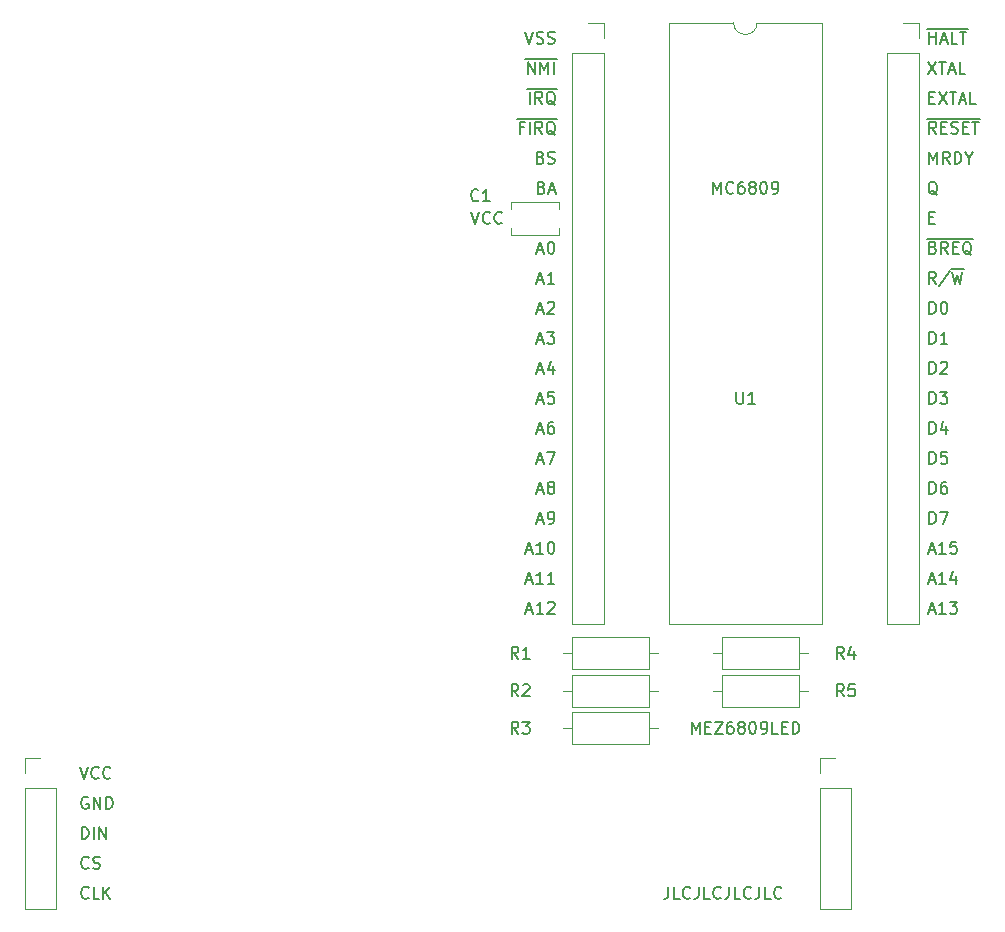
<source format=gto>
G04 #@! TF.GenerationSoftware,KiCad,Pcbnew,(6.0.10-0)*
G04 #@! TF.CreationDate,2023-02-15T13:21:11+09:00*
G04 #@! TF.ProjectId,MEZ6809LED,4d455a36-3830-4394-9c45-442e6b696361,A*
G04 #@! TF.SameCoordinates,PX5ee3fe0PY8f872a0*
G04 #@! TF.FileFunction,Legend,Top*
G04 #@! TF.FilePolarity,Positive*
%FSLAX46Y46*%
G04 Gerber Fmt 4.6, Leading zero omitted, Abs format (unit mm)*
G04 Created by KiCad (PCBNEW (6.0.10-0)) date 2023-02-15 13:21:11*
%MOMM*%
%LPD*%
G01*
G04 APERTURE LIST*
%ADD10C,0.150000*%
%ADD11C,0.120000*%
G04 APERTURE END LIST*
D10*
X55070952Y3087620D02*
X55070952Y2373334D01*
X55023333Y2230477D01*
X54928095Y2135239D01*
X54785238Y2087620D01*
X54690000Y2087620D01*
X56023333Y2087620D02*
X55547142Y2087620D01*
X55547142Y3087620D01*
X56928095Y2182858D02*
X56880476Y2135239D01*
X56737619Y2087620D01*
X56642380Y2087620D01*
X56499523Y2135239D01*
X56404285Y2230477D01*
X56356666Y2325715D01*
X56309047Y2516191D01*
X56309047Y2659048D01*
X56356666Y2849524D01*
X56404285Y2944762D01*
X56499523Y3040000D01*
X56642380Y3087620D01*
X56737619Y3087620D01*
X56880476Y3040000D01*
X56928095Y2992381D01*
X57642380Y3087620D02*
X57642380Y2373334D01*
X57594761Y2230477D01*
X57499523Y2135239D01*
X57356666Y2087620D01*
X57261428Y2087620D01*
X58594761Y2087620D02*
X58118571Y2087620D01*
X58118571Y3087620D01*
X59499523Y2182858D02*
X59451904Y2135239D01*
X59309047Y2087620D01*
X59213809Y2087620D01*
X59070952Y2135239D01*
X58975714Y2230477D01*
X58928095Y2325715D01*
X58880476Y2516191D01*
X58880476Y2659048D01*
X58928095Y2849524D01*
X58975714Y2944762D01*
X59070952Y3040000D01*
X59213809Y3087620D01*
X59309047Y3087620D01*
X59451904Y3040000D01*
X59499523Y2992381D01*
X60213809Y3087620D02*
X60213809Y2373334D01*
X60166190Y2230477D01*
X60070952Y2135239D01*
X59928095Y2087620D01*
X59832857Y2087620D01*
X61166190Y2087620D02*
X60690000Y2087620D01*
X60690000Y3087620D01*
X62070952Y2182858D02*
X62023333Y2135239D01*
X61880476Y2087620D01*
X61785238Y2087620D01*
X61642380Y2135239D01*
X61547142Y2230477D01*
X61499523Y2325715D01*
X61451904Y2516191D01*
X61451904Y2659048D01*
X61499523Y2849524D01*
X61547142Y2944762D01*
X61642380Y3040000D01*
X61785238Y3087620D01*
X61880476Y3087620D01*
X62023333Y3040000D01*
X62070952Y2992381D01*
X62785238Y3087620D02*
X62785238Y2373334D01*
X62737619Y2230477D01*
X62642380Y2135239D01*
X62499523Y2087620D01*
X62404285Y2087620D01*
X63737619Y2087620D02*
X63261428Y2087620D01*
X63261428Y3087620D01*
X64642380Y2182858D02*
X64594761Y2135239D01*
X64451904Y2087620D01*
X64356666Y2087620D01*
X64213809Y2135239D01*
X64118571Y2230477D01*
X64070952Y2325715D01*
X64023333Y2516191D01*
X64023333Y2659048D01*
X64070952Y2849524D01*
X64118571Y2944762D01*
X64213809Y3040000D01*
X64356666Y3087620D01*
X64451904Y3087620D01*
X64594761Y3040000D01*
X64642380Y2992381D01*
X44003452Y49363334D02*
X44479642Y49363334D01*
X43908214Y49077620D02*
X44241547Y50077620D01*
X44574880Y49077620D01*
X44812976Y50077620D02*
X45432023Y50077620D01*
X45098690Y49696667D01*
X45241547Y49696667D01*
X45336785Y49649048D01*
X45384404Y49601429D01*
X45432023Y49506191D01*
X45432023Y49268096D01*
X45384404Y49172858D01*
X45336785Y49125239D01*
X45241547Y49077620D01*
X44955833Y49077620D01*
X44860595Y49125239D01*
X44812976Y49172858D01*
X76932500Y57980000D02*
X77932500Y57980000D01*
X77503928Y57221429D02*
X77646785Y57173810D01*
X77694404Y57126191D01*
X77742023Y57030953D01*
X77742023Y56888096D01*
X77694404Y56792858D01*
X77646785Y56745239D01*
X77551547Y56697620D01*
X77170595Y56697620D01*
X77170595Y57697620D01*
X77503928Y57697620D01*
X77599166Y57650000D01*
X77646785Y57602381D01*
X77694404Y57507143D01*
X77694404Y57411905D01*
X77646785Y57316667D01*
X77599166Y57269048D01*
X77503928Y57221429D01*
X77170595Y57221429D01*
X77932500Y57980000D02*
X78932500Y57980000D01*
X78742023Y56697620D02*
X78408690Y57173810D01*
X78170595Y56697620D02*
X78170595Y57697620D01*
X78551547Y57697620D01*
X78646785Y57650000D01*
X78694404Y57602381D01*
X78742023Y57507143D01*
X78742023Y57364286D01*
X78694404Y57269048D01*
X78646785Y57221429D01*
X78551547Y57173810D01*
X78170595Y57173810D01*
X78932500Y57980000D02*
X79837261Y57980000D01*
X79170595Y57221429D02*
X79503928Y57221429D01*
X79646785Y56697620D02*
X79170595Y56697620D01*
X79170595Y57697620D01*
X79646785Y57697620D01*
X79837261Y57980000D02*
X80884880Y57980000D01*
X80742023Y56602381D02*
X80646785Y56650000D01*
X80551547Y56745239D01*
X80408690Y56888096D01*
X80313452Y56935715D01*
X80218214Y56935715D01*
X80265833Y56697620D02*
X80170595Y56745239D01*
X80075357Y56840477D01*
X80027738Y57030953D01*
X80027738Y57364286D01*
X80075357Y57554762D01*
X80170595Y57650000D01*
X80265833Y57697620D01*
X80456309Y57697620D01*
X80551547Y57650000D01*
X80646785Y57554762D01*
X80694404Y57364286D01*
X80694404Y57030953D01*
X80646785Y56840477D01*
X80551547Y56745239D01*
X80456309Y56697620D01*
X80265833Y56697620D01*
X43056071Y26503334D02*
X43532261Y26503334D01*
X42960833Y26217620D02*
X43294166Y27217620D01*
X43627500Y26217620D01*
X44484642Y26217620D02*
X43913214Y26217620D01*
X44198928Y26217620D02*
X44198928Y27217620D01*
X44103690Y27074762D01*
X44008452Y26979524D01*
X43913214Y26931905D01*
X44865595Y27122381D02*
X44913214Y27170000D01*
X45008452Y27217620D01*
X45246547Y27217620D01*
X45341785Y27170000D01*
X45389404Y27122381D01*
X45437023Y27027143D01*
X45437023Y26931905D01*
X45389404Y26789048D01*
X44817976Y26217620D01*
X45437023Y26217620D01*
X38395595Y60237620D02*
X38728928Y59237620D01*
X39062261Y60237620D01*
X39967023Y59332858D02*
X39919404Y59285239D01*
X39776547Y59237620D01*
X39681309Y59237620D01*
X39538452Y59285239D01*
X39443214Y59380477D01*
X39395595Y59475715D01*
X39347976Y59666191D01*
X39347976Y59809048D01*
X39395595Y59999524D01*
X39443214Y60094762D01*
X39538452Y60190000D01*
X39681309Y60237620D01*
X39776547Y60237620D01*
X39919404Y60190000D01*
X39967023Y60142381D01*
X40967023Y59332858D02*
X40919404Y59285239D01*
X40776547Y59237620D01*
X40681309Y59237620D01*
X40538452Y59285239D01*
X40443214Y59380477D01*
X40395595Y59475715D01*
X40347976Y59666191D01*
X40347976Y59809048D01*
X40395595Y59999524D01*
X40443214Y60094762D01*
X40538452Y60190000D01*
X40681309Y60237620D01*
X40776547Y60237620D01*
X40919404Y60190000D01*
X40967023Y60142381D01*
X44341785Y62301429D02*
X44484642Y62253810D01*
X44532261Y62206191D01*
X44579880Y62110953D01*
X44579880Y61968096D01*
X44532261Y61872858D01*
X44484642Y61825239D01*
X44389404Y61777620D01*
X44008452Y61777620D01*
X44008452Y62777620D01*
X44341785Y62777620D01*
X44437023Y62730000D01*
X44484642Y62682381D01*
X44532261Y62587143D01*
X44532261Y62491905D01*
X44484642Y62396667D01*
X44437023Y62349048D01*
X44341785Y62301429D01*
X44008452Y62301429D01*
X44960833Y62063334D02*
X45437023Y62063334D01*
X44865595Y61777620D02*
X45198928Y62777620D01*
X45532261Y61777620D01*
X42246547Y68140000D02*
X43103690Y68140000D01*
X42817976Y67381429D02*
X42484642Y67381429D01*
X42484642Y66857620D02*
X42484642Y67857620D01*
X42960833Y67857620D01*
X43103690Y68140000D02*
X43579880Y68140000D01*
X43341785Y66857620D02*
X43341785Y67857620D01*
X43579880Y68140000D02*
X44579880Y68140000D01*
X44389404Y66857620D02*
X44056071Y67333810D01*
X43817976Y66857620D02*
X43817976Y67857620D01*
X44198928Y67857620D01*
X44294166Y67810000D01*
X44341785Y67762381D01*
X44389404Y67667143D01*
X44389404Y67524286D01*
X44341785Y67429048D01*
X44294166Y67381429D01*
X44198928Y67333810D01*
X43817976Y67333810D01*
X44579880Y68140000D02*
X45627500Y68140000D01*
X45484642Y66762381D02*
X45389404Y66810000D01*
X45294166Y66905239D01*
X45151309Y67048096D01*
X45056071Y67095715D01*
X44960833Y67095715D01*
X45008452Y66857620D02*
X44913214Y66905239D01*
X44817976Y67000477D01*
X44770357Y67190953D01*
X44770357Y67524286D01*
X44817976Y67714762D01*
X44913214Y67810000D01*
X45008452Y67857620D01*
X45198928Y67857620D01*
X45294166Y67810000D01*
X45389404Y67714762D01*
X45437023Y67524286D01*
X45437023Y67190953D01*
X45389404Y67000477D01*
X45294166Y66905239D01*
X45198928Y66857620D01*
X45008452Y66857620D01*
X77127976Y31583334D02*
X77604166Y31583334D01*
X77032738Y31297620D02*
X77366071Y32297620D01*
X77699404Y31297620D01*
X78556547Y31297620D02*
X77985119Y31297620D01*
X78270833Y31297620D02*
X78270833Y32297620D01*
X78175595Y32154762D01*
X78080357Y32059524D01*
X77985119Y32011905D01*
X79461309Y32297620D02*
X78985119Y32297620D01*
X78937500Y31821429D01*
X78985119Y31869048D01*
X79080357Y31916667D01*
X79318452Y31916667D01*
X79413690Y31869048D01*
X79461309Y31821429D01*
X79508928Y31726191D01*
X79508928Y31488096D01*
X79461309Y31392858D01*
X79413690Y31345239D01*
X79318452Y31297620D01*
X79080357Y31297620D01*
X78985119Y31345239D01*
X78937500Y31392858D01*
X77080357Y72937620D02*
X77747023Y71937620D01*
X77747023Y72937620D02*
X77080357Y71937620D01*
X77985119Y72937620D02*
X78556547Y72937620D01*
X78270833Y71937620D02*
X78270833Y72937620D01*
X78842261Y72223334D02*
X79318452Y72223334D01*
X78747023Y71937620D02*
X79080357Y72937620D01*
X79413690Y71937620D01*
X80223214Y71937620D02*
X79747023Y71937620D01*
X79747023Y72937620D01*
X77842261Y61682381D02*
X77747023Y61730000D01*
X77651785Y61825239D01*
X77508928Y61968096D01*
X77413690Y62015715D01*
X77318452Y62015715D01*
X77366071Y61777620D02*
X77270833Y61825239D01*
X77175595Y61920477D01*
X77127976Y62110953D01*
X77127976Y62444286D01*
X77175595Y62634762D01*
X77270833Y62730000D01*
X77366071Y62777620D01*
X77556547Y62777620D01*
X77651785Y62730000D01*
X77747023Y62634762D01*
X77794642Y62444286D01*
X77794642Y62110953D01*
X77747023Y61920477D01*
X77651785Y61825239D01*
X77556547Y61777620D01*
X77366071Y61777620D01*
X43998452Y51903334D02*
X44474642Y51903334D01*
X43903214Y51617620D02*
X44236547Y52617620D01*
X44569880Y51617620D01*
X44855595Y52522381D02*
X44903214Y52570000D01*
X44998452Y52617620D01*
X45236547Y52617620D01*
X45331785Y52570000D01*
X45379404Y52522381D01*
X45427023Y52427143D01*
X45427023Y52331905D01*
X45379404Y52189048D01*
X44807976Y51617620D01*
X45427023Y51617620D01*
X77175595Y38917620D02*
X77175595Y39917620D01*
X77413690Y39917620D01*
X77556547Y39870000D01*
X77651785Y39774762D01*
X77699404Y39679524D01*
X77747023Y39489048D01*
X77747023Y39346191D01*
X77699404Y39155715D01*
X77651785Y39060477D01*
X77556547Y38965239D01*
X77413690Y38917620D01*
X77175595Y38917620D01*
X78651785Y39917620D02*
X78175595Y39917620D01*
X78127976Y39441429D01*
X78175595Y39489048D01*
X78270833Y39536667D01*
X78508928Y39536667D01*
X78604166Y39489048D01*
X78651785Y39441429D01*
X78699404Y39346191D01*
X78699404Y39108096D01*
X78651785Y39012858D01*
X78604166Y38965239D01*
X78508928Y38917620D01*
X78270833Y38917620D01*
X78175595Y38965239D01*
X78127976Y39012858D01*
X44003452Y36663334D02*
X44479642Y36663334D01*
X43908214Y36377620D02*
X44241547Y37377620D01*
X44574880Y36377620D01*
X45051071Y36949048D02*
X44955833Y36996667D01*
X44908214Y37044286D01*
X44860595Y37139524D01*
X44860595Y37187143D01*
X44908214Y37282381D01*
X44955833Y37330000D01*
X45051071Y37377620D01*
X45241547Y37377620D01*
X45336785Y37330000D01*
X45384404Y37282381D01*
X45432023Y37187143D01*
X45432023Y37139524D01*
X45384404Y37044286D01*
X45336785Y36996667D01*
X45241547Y36949048D01*
X45051071Y36949048D01*
X44955833Y36901429D01*
X44908214Y36853810D01*
X44860595Y36758572D01*
X44860595Y36568096D01*
X44908214Y36472858D01*
X44955833Y36425239D01*
X45051071Y36377620D01*
X45241547Y36377620D01*
X45336785Y36425239D01*
X45384404Y36472858D01*
X45432023Y36568096D01*
X45432023Y36758572D01*
X45384404Y36853810D01*
X45336785Y36901429D01*
X45241547Y36949048D01*
X77175595Y41457620D02*
X77175595Y42457620D01*
X77413690Y42457620D01*
X77556547Y42410000D01*
X77651785Y42314762D01*
X77699404Y42219524D01*
X77747023Y42029048D01*
X77747023Y41886191D01*
X77699404Y41695715D01*
X77651785Y41600477D01*
X77556547Y41505239D01*
X77413690Y41457620D01*
X77175595Y41457620D01*
X78604166Y42124286D02*
X78604166Y41457620D01*
X78366071Y42505239D02*
X78127976Y41790953D01*
X78747023Y41790953D01*
X5939404Y10655000D02*
X5844166Y10702620D01*
X5701309Y10702620D01*
X5558452Y10655000D01*
X5463214Y10559762D01*
X5415595Y10464524D01*
X5367976Y10274048D01*
X5367976Y10131191D01*
X5415595Y9940715D01*
X5463214Y9845477D01*
X5558452Y9750239D01*
X5701309Y9702620D01*
X5796547Y9702620D01*
X5939404Y9750239D01*
X5987023Y9797858D01*
X5987023Y10131191D01*
X5796547Y10131191D01*
X6415595Y9702620D02*
X6415595Y10702620D01*
X6987023Y9702620D01*
X6987023Y10702620D01*
X7463214Y9702620D02*
X7463214Y10702620D01*
X7701309Y10702620D01*
X7844166Y10655000D01*
X7939404Y10559762D01*
X7987023Y10464524D01*
X8034642Y10274048D01*
X8034642Y10131191D01*
X7987023Y9940715D01*
X7939404Y9845477D01*
X7844166Y9750239D01*
X7701309Y9702620D01*
X7463214Y9702620D01*
X76937500Y68140000D02*
X77937500Y68140000D01*
X77747023Y66857620D02*
X77413690Y67333810D01*
X77175595Y66857620D02*
X77175595Y67857620D01*
X77556547Y67857620D01*
X77651785Y67810000D01*
X77699404Y67762381D01*
X77747023Y67667143D01*
X77747023Y67524286D01*
X77699404Y67429048D01*
X77651785Y67381429D01*
X77556547Y67333810D01*
X77175595Y67333810D01*
X77937500Y68140000D02*
X78842261Y68140000D01*
X78175595Y67381429D02*
X78508928Y67381429D01*
X78651785Y66857620D02*
X78175595Y66857620D01*
X78175595Y67857620D01*
X78651785Y67857620D01*
X78842261Y68140000D02*
X79794642Y68140000D01*
X79032738Y66905239D02*
X79175595Y66857620D01*
X79413690Y66857620D01*
X79508928Y66905239D01*
X79556547Y66952858D01*
X79604166Y67048096D01*
X79604166Y67143334D01*
X79556547Y67238572D01*
X79508928Y67286191D01*
X79413690Y67333810D01*
X79223214Y67381429D01*
X79127976Y67429048D01*
X79080357Y67476667D01*
X79032738Y67571905D01*
X79032738Y67667143D01*
X79080357Y67762381D01*
X79127976Y67810000D01*
X79223214Y67857620D01*
X79461309Y67857620D01*
X79604166Y67810000D01*
X79794642Y68140000D02*
X80699404Y68140000D01*
X80032738Y67381429D02*
X80366071Y67381429D01*
X80508928Y66857620D02*
X80032738Y66857620D01*
X80032738Y67857620D01*
X80508928Y67857620D01*
X80699404Y68140000D02*
X81461309Y68140000D01*
X80794642Y67857620D02*
X81366071Y67857620D01*
X81080357Y66857620D02*
X81080357Y67857620D01*
X77175595Y49077620D02*
X77175595Y50077620D01*
X77413690Y50077620D01*
X77556547Y50030000D01*
X77651785Y49934762D01*
X77699404Y49839524D01*
X77747023Y49649048D01*
X77747023Y49506191D01*
X77699404Y49315715D01*
X77651785Y49220477D01*
X77556547Y49125239D01*
X77413690Y49077620D01*
X77175595Y49077620D01*
X78699404Y49077620D02*
X78127976Y49077620D01*
X78413690Y49077620D02*
X78413690Y50077620D01*
X78318452Y49934762D01*
X78223214Y49839524D01*
X78127976Y49791905D01*
X44003452Y54443334D02*
X44479642Y54443334D01*
X43908214Y54157620D02*
X44241547Y55157620D01*
X44574880Y54157620D01*
X45432023Y54157620D02*
X44860595Y54157620D01*
X45146309Y54157620D02*
X45146309Y55157620D01*
X45051071Y55014762D01*
X44955833Y54919524D01*
X44860595Y54871905D01*
X44003452Y41743334D02*
X44479642Y41743334D01*
X43908214Y41457620D02*
X44241547Y42457620D01*
X44574880Y41457620D01*
X45336785Y42457620D02*
X45146309Y42457620D01*
X45051071Y42410000D01*
X45003452Y42362381D01*
X44908214Y42219524D01*
X44860595Y42029048D01*
X44860595Y41648096D01*
X44908214Y41552858D01*
X44955833Y41505239D01*
X45051071Y41457620D01*
X45241547Y41457620D01*
X45336785Y41505239D01*
X45384404Y41552858D01*
X45432023Y41648096D01*
X45432023Y41886191D01*
X45384404Y41981429D01*
X45336785Y42029048D01*
X45241547Y42076667D01*
X45051071Y42076667D01*
X44955833Y42029048D01*
X44908214Y41981429D01*
X44860595Y41886191D01*
X77742023Y54157620D02*
X77408690Y54633810D01*
X77170595Y54157620D02*
X77170595Y55157620D01*
X77551547Y55157620D01*
X77646785Y55110000D01*
X77694404Y55062381D01*
X77742023Y54967143D01*
X77742023Y54824286D01*
X77694404Y54729048D01*
X77646785Y54681429D01*
X77551547Y54633810D01*
X77170595Y54633810D01*
X78884880Y55205239D02*
X78027738Y53919524D01*
X78980119Y55440000D02*
X80122976Y55440000D01*
X79122976Y55157620D02*
X79361071Y54157620D01*
X79551547Y54871905D01*
X79742023Y54157620D01*
X79980119Y55157620D01*
X76937500Y75760000D02*
X77985119Y75760000D01*
X77175595Y74477620D02*
X77175595Y75477620D01*
X77175595Y75001429D02*
X77747023Y75001429D01*
X77747023Y74477620D02*
X77747023Y75477620D01*
X77985119Y75760000D02*
X78842261Y75760000D01*
X78175595Y74763334D02*
X78651785Y74763334D01*
X78080357Y74477620D02*
X78413690Y75477620D01*
X78747023Y74477620D01*
X78842261Y75760000D02*
X79651785Y75760000D01*
X79556547Y74477620D02*
X79080357Y74477620D01*
X79080357Y75477620D01*
X79651785Y75760000D02*
X80413690Y75760000D01*
X79747023Y75477620D02*
X80318452Y75477620D01*
X80032738Y74477620D02*
X80032738Y75477620D01*
X77175595Y69921429D02*
X77508928Y69921429D01*
X77651785Y69397620D02*
X77175595Y69397620D01*
X77175595Y70397620D01*
X77651785Y70397620D01*
X77985119Y70397620D02*
X78651785Y69397620D01*
X78651785Y70397620D02*
X77985119Y69397620D01*
X78889880Y70397620D02*
X79461309Y70397620D01*
X79175595Y69397620D02*
X79175595Y70397620D01*
X79747023Y69683334D02*
X80223214Y69683334D01*
X79651785Y69397620D02*
X79985119Y70397620D01*
X80318452Y69397620D01*
X81127976Y69397620D02*
X80651785Y69397620D01*
X80651785Y70397620D01*
X42960833Y75477620D02*
X43294166Y74477620D01*
X43627500Y75477620D01*
X43913214Y74525239D02*
X44056071Y74477620D01*
X44294166Y74477620D01*
X44389404Y74525239D01*
X44437023Y74572858D01*
X44484642Y74668096D01*
X44484642Y74763334D01*
X44437023Y74858572D01*
X44389404Y74906191D01*
X44294166Y74953810D01*
X44103690Y75001429D01*
X44008452Y75049048D01*
X43960833Y75096667D01*
X43913214Y75191905D01*
X43913214Y75287143D01*
X43960833Y75382381D01*
X44008452Y75430000D01*
X44103690Y75477620D01*
X44341785Y75477620D01*
X44484642Y75430000D01*
X44865595Y74525239D02*
X45008452Y74477620D01*
X45246547Y74477620D01*
X45341785Y74525239D01*
X45389404Y74572858D01*
X45437023Y74668096D01*
X45437023Y74763334D01*
X45389404Y74858572D01*
X45341785Y74906191D01*
X45246547Y74953810D01*
X45056071Y75001429D01*
X44960833Y75049048D01*
X44913214Y75096667D01*
X44865595Y75191905D01*
X44865595Y75287143D01*
X44913214Y75382381D01*
X44960833Y75430000D01*
X45056071Y75477620D01*
X45294166Y75477620D01*
X45437023Y75430000D01*
X44003452Y46823334D02*
X44479642Y46823334D01*
X43908214Y46537620D02*
X44241547Y47537620D01*
X44574880Y46537620D01*
X45336785Y47204286D02*
X45336785Y46537620D01*
X45098690Y47585239D02*
X44860595Y46870953D01*
X45479642Y46870953D01*
X57071190Y16057620D02*
X57071190Y17057620D01*
X57404523Y16343334D01*
X57737857Y17057620D01*
X57737857Y16057620D01*
X58214047Y16581429D02*
X58547380Y16581429D01*
X58690238Y16057620D02*
X58214047Y16057620D01*
X58214047Y17057620D01*
X58690238Y17057620D01*
X59023571Y17057620D02*
X59690238Y17057620D01*
X59023571Y16057620D01*
X59690238Y16057620D01*
X60499761Y17057620D02*
X60309285Y17057620D01*
X60214047Y17010000D01*
X60166428Y16962381D01*
X60071190Y16819524D01*
X60023571Y16629048D01*
X60023571Y16248096D01*
X60071190Y16152858D01*
X60118809Y16105239D01*
X60214047Y16057620D01*
X60404523Y16057620D01*
X60499761Y16105239D01*
X60547380Y16152858D01*
X60595000Y16248096D01*
X60595000Y16486191D01*
X60547380Y16581429D01*
X60499761Y16629048D01*
X60404523Y16676667D01*
X60214047Y16676667D01*
X60118809Y16629048D01*
X60071190Y16581429D01*
X60023571Y16486191D01*
X61166428Y16629048D02*
X61071190Y16676667D01*
X61023571Y16724286D01*
X60975952Y16819524D01*
X60975952Y16867143D01*
X61023571Y16962381D01*
X61071190Y17010000D01*
X61166428Y17057620D01*
X61356904Y17057620D01*
X61452142Y17010000D01*
X61499761Y16962381D01*
X61547380Y16867143D01*
X61547380Y16819524D01*
X61499761Y16724286D01*
X61452142Y16676667D01*
X61356904Y16629048D01*
X61166428Y16629048D01*
X61071190Y16581429D01*
X61023571Y16533810D01*
X60975952Y16438572D01*
X60975952Y16248096D01*
X61023571Y16152858D01*
X61071190Y16105239D01*
X61166428Y16057620D01*
X61356904Y16057620D01*
X61452142Y16105239D01*
X61499761Y16152858D01*
X61547380Y16248096D01*
X61547380Y16438572D01*
X61499761Y16533810D01*
X61452142Y16581429D01*
X61356904Y16629048D01*
X62166428Y17057620D02*
X62261666Y17057620D01*
X62356904Y17010000D01*
X62404523Y16962381D01*
X62452142Y16867143D01*
X62499761Y16676667D01*
X62499761Y16438572D01*
X62452142Y16248096D01*
X62404523Y16152858D01*
X62356904Y16105239D01*
X62261666Y16057620D01*
X62166428Y16057620D01*
X62071190Y16105239D01*
X62023571Y16152858D01*
X61975952Y16248096D01*
X61928333Y16438572D01*
X61928333Y16676667D01*
X61975952Y16867143D01*
X62023571Y16962381D01*
X62071190Y17010000D01*
X62166428Y17057620D01*
X62975952Y16057620D02*
X63166428Y16057620D01*
X63261666Y16105239D01*
X63309285Y16152858D01*
X63404523Y16295715D01*
X63452142Y16486191D01*
X63452142Y16867143D01*
X63404523Y16962381D01*
X63356904Y17010000D01*
X63261666Y17057620D01*
X63071190Y17057620D01*
X62975952Y17010000D01*
X62928333Y16962381D01*
X62880714Y16867143D01*
X62880714Y16629048D01*
X62928333Y16533810D01*
X62975952Y16486191D01*
X63071190Y16438572D01*
X63261666Y16438572D01*
X63356904Y16486191D01*
X63404523Y16533810D01*
X63452142Y16629048D01*
X64356904Y16057620D02*
X63880714Y16057620D01*
X63880714Y17057620D01*
X64690238Y16581429D02*
X65023571Y16581429D01*
X65166428Y16057620D02*
X64690238Y16057620D01*
X64690238Y17057620D01*
X65166428Y17057620D01*
X65595000Y16057620D02*
X65595000Y17057620D01*
X65833095Y17057620D01*
X65975952Y17010000D01*
X66071190Y16914762D01*
X66118809Y16819524D01*
X66166428Y16629048D01*
X66166428Y16486191D01*
X66118809Y16295715D01*
X66071190Y16200477D01*
X65975952Y16105239D01*
X65833095Y16057620D01*
X65595000Y16057620D01*
X77175595Y36377620D02*
X77175595Y37377620D01*
X77413690Y37377620D01*
X77556547Y37330000D01*
X77651785Y37234762D01*
X77699404Y37139524D01*
X77747023Y36949048D01*
X77747023Y36806191D01*
X77699404Y36615715D01*
X77651785Y36520477D01*
X77556547Y36425239D01*
X77413690Y36377620D01*
X77175595Y36377620D01*
X78604166Y37377620D02*
X78413690Y37377620D01*
X78318452Y37330000D01*
X78270833Y37282381D01*
X78175595Y37139524D01*
X78127976Y36949048D01*
X78127976Y36568096D01*
X78175595Y36472858D01*
X78223214Y36425239D01*
X78318452Y36377620D01*
X78508928Y36377620D01*
X78604166Y36425239D01*
X78651785Y36472858D01*
X78699404Y36568096D01*
X78699404Y36806191D01*
X78651785Y36901429D01*
X78604166Y36949048D01*
X78508928Y36996667D01*
X78318452Y36996667D01*
X78223214Y36949048D01*
X78175595Y36901429D01*
X78127976Y36806191D01*
X5415595Y7162620D02*
X5415595Y8162620D01*
X5653690Y8162620D01*
X5796547Y8115000D01*
X5891785Y8019762D01*
X5939404Y7924524D01*
X5987023Y7734048D01*
X5987023Y7591191D01*
X5939404Y7400715D01*
X5891785Y7305477D01*
X5796547Y7210239D01*
X5653690Y7162620D01*
X5415595Y7162620D01*
X6415595Y7162620D02*
X6415595Y8162620D01*
X6891785Y7162620D02*
X6891785Y8162620D01*
X7463214Y7162620D01*
X7463214Y8162620D01*
X43051071Y29043334D02*
X43527261Y29043334D01*
X42955833Y28757620D02*
X43289166Y29757620D01*
X43622500Y28757620D01*
X44479642Y28757620D02*
X43908214Y28757620D01*
X44193928Y28757620D02*
X44193928Y29757620D01*
X44098690Y29614762D01*
X44003452Y29519524D01*
X43908214Y29471905D01*
X45432023Y28757620D02*
X44860595Y28757620D01*
X45146309Y28757620D02*
X45146309Y29757620D01*
X45051071Y29614762D01*
X44955833Y29519524D01*
X44860595Y29471905D01*
X44003452Y39203334D02*
X44479642Y39203334D01*
X43908214Y38917620D02*
X44241547Y39917620D01*
X44574880Y38917620D01*
X44812976Y39917620D02*
X45479642Y39917620D01*
X45051071Y38917620D01*
X44003452Y34123334D02*
X44479642Y34123334D01*
X43908214Y33837620D02*
X44241547Y34837620D01*
X44574880Y33837620D01*
X44955833Y33837620D02*
X45146309Y33837620D01*
X45241547Y33885239D01*
X45289166Y33932858D01*
X45384404Y34075715D01*
X45432023Y34266191D01*
X45432023Y34647143D01*
X45384404Y34742381D01*
X45336785Y34790000D01*
X45241547Y34837620D01*
X45051071Y34837620D01*
X44955833Y34790000D01*
X44908214Y34742381D01*
X44860595Y34647143D01*
X44860595Y34409048D01*
X44908214Y34313810D01*
X44955833Y34266191D01*
X45051071Y34218572D01*
X45241547Y34218572D01*
X45336785Y34266191D01*
X45384404Y34313810D01*
X45432023Y34409048D01*
X5987023Y4717858D02*
X5939404Y4670239D01*
X5796547Y4622620D01*
X5701309Y4622620D01*
X5558452Y4670239D01*
X5463214Y4765477D01*
X5415595Y4860715D01*
X5367976Y5051191D01*
X5367976Y5194048D01*
X5415595Y5384524D01*
X5463214Y5479762D01*
X5558452Y5575000D01*
X5701309Y5622620D01*
X5796547Y5622620D01*
X5939404Y5575000D01*
X5987023Y5527381D01*
X6367976Y4670239D02*
X6510833Y4622620D01*
X6748928Y4622620D01*
X6844166Y4670239D01*
X6891785Y4717858D01*
X6939404Y4813096D01*
X6939404Y4908334D01*
X6891785Y5003572D01*
X6844166Y5051191D01*
X6748928Y5098810D01*
X6558452Y5146429D01*
X6463214Y5194048D01*
X6415595Y5241667D01*
X6367976Y5336905D01*
X6367976Y5432143D01*
X6415595Y5527381D01*
X6463214Y5575000D01*
X6558452Y5622620D01*
X6796547Y5622620D01*
X6939404Y5575000D01*
X77175595Y43997620D02*
X77175595Y44997620D01*
X77413690Y44997620D01*
X77556547Y44950000D01*
X77651785Y44854762D01*
X77699404Y44759524D01*
X77747023Y44569048D01*
X77747023Y44426191D01*
X77699404Y44235715D01*
X77651785Y44140477D01*
X77556547Y44045239D01*
X77413690Y43997620D01*
X77175595Y43997620D01*
X78080357Y44997620D02*
X78699404Y44997620D01*
X78366071Y44616667D01*
X78508928Y44616667D01*
X78604166Y44569048D01*
X78651785Y44521429D01*
X78699404Y44426191D01*
X78699404Y44188096D01*
X78651785Y44092858D01*
X78604166Y44045239D01*
X78508928Y43997620D01*
X78223214Y43997620D01*
X78127976Y44045239D01*
X78080357Y44092858D01*
X5987023Y2177858D02*
X5939404Y2130239D01*
X5796547Y2082620D01*
X5701309Y2082620D01*
X5558452Y2130239D01*
X5463214Y2225477D01*
X5415595Y2320715D01*
X5367976Y2511191D01*
X5367976Y2654048D01*
X5415595Y2844524D01*
X5463214Y2939762D01*
X5558452Y3035000D01*
X5701309Y3082620D01*
X5796547Y3082620D01*
X5939404Y3035000D01*
X5987023Y2987381D01*
X6891785Y2082620D02*
X6415595Y2082620D01*
X6415595Y3082620D01*
X7225119Y2082620D02*
X7225119Y3082620D01*
X7796547Y2082620D02*
X7367976Y2654048D01*
X7796547Y3082620D02*
X7225119Y2511191D01*
X58861904Y61777620D02*
X58861904Y62777620D01*
X59195238Y62063334D01*
X59528571Y62777620D01*
X59528571Y61777620D01*
X60576190Y61872858D02*
X60528571Y61825239D01*
X60385714Y61777620D01*
X60290476Y61777620D01*
X60147619Y61825239D01*
X60052380Y61920477D01*
X60004761Y62015715D01*
X59957142Y62206191D01*
X59957142Y62349048D01*
X60004761Y62539524D01*
X60052380Y62634762D01*
X60147619Y62730000D01*
X60290476Y62777620D01*
X60385714Y62777620D01*
X60528571Y62730000D01*
X60576190Y62682381D01*
X61433333Y62777620D02*
X61242857Y62777620D01*
X61147619Y62730000D01*
X61100000Y62682381D01*
X61004761Y62539524D01*
X60957142Y62349048D01*
X60957142Y61968096D01*
X61004761Y61872858D01*
X61052380Y61825239D01*
X61147619Y61777620D01*
X61338095Y61777620D01*
X61433333Y61825239D01*
X61480952Y61872858D01*
X61528571Y61968096D01*
X61528571Y62206191D01*
X61480952Y62301429D01*
X61433333Y62349048D01*
X61338095Y62396667D01*
X61147619Y62396667D01*
X61052380Y62349048D01*
X61004761Y62301429D01*
X60957142Y62206191D01*
X62100000Y62349048D02*
X62004761Y62396667D01*
X61957142Y62444286D01*
X61909523Y62539524D01*
X61909523Y62587143D01*
X61957142Y62682381D01*
X62004761Y62730000D01*
X62100000Y62777620D01*
X62290476Y62777620D01*
X62385714Y62730000D01*
X62433333Y62682381D01*
X62480952Y62587143D01*
X62480952Y62539524D01*
X62433333Y62444286D01*
X62385714Y62396667D01*
X62290476Y62349048D01*
X62100000Y62349048D01*
X62004761Y62301429D01*
X61957142Y62253810D01*
X61909523Y62158572D01*
X61909523Y61968096D01*
X61957142Y61872858D01*
X62004761Y61825239D01*
X62100000Y61777620D01*
X62290476Y61777620D01*
X62385714Y61825239D01*
X62433333Y61872858D01*
X62480952Y61968096D01*
X62480952Y62158572D01*
X62433333Y62253810D01*
X62385714Y62301429D01*
X62290476Y62349048D01*
X63100000Y62777620D02*
X63195238Y62777620D01*
X63290476Y62730000D01*
X63338095Y62682381D01*
X63385714Y62587143D01*
X63433333Y62396667D01*
X63433333Y62158572D01*
X63385714Y61968096D01*
X63338095Y61872858D01*
X63290476Y61825239D01*
X63195238Y61777620D01*
X63100000Y61777620D01*
X63004761Y61825239D01*
X62957142Y61872858D01*
X62909523Y61968096D01*
X62861904Y62158572D01*
X62861904Y62396667D01*
X62909523Y62587143D01*
X62957142Y62682381D01*
X63004761Y62730000D01*
X63100000Y62777620D01*
X63909523Y61777620D02*
X64100000Y61777620D01*
X64195238Y61825239D01*
X64242857Y61872858D01*
X64338095Y62015715D01*
X64385714Y62206191D01*
X64385714Y62587143D01*
X64338095Y62682381D01*
X64290476Y62730000D01*
X64195238Y62777620D01*
X64004761Y62777620D01*
X63909523Y62730000D01*
X63861904Y62682381D01*
X63814285Y62587143D01*
X63814285Y62349048D01*
X63861904Y62253810D01*
X63909523Y62206191D01*
X64004761Y62158572D01*
X64195238Y62158572D01*
X64290476Y62206191D01*
X64338095Y62253810D01*
X64385714Y62349048D01*
X44003452Y56983334D02*
X44479642Y56983334D01*
X43908214Y56697620D02*
X44241547Y57697620D01*
X44574880Y56697620D01*
X45098690Y57697620D02*
X45193928Y57697620D01*
X45289166Y57650000D01*
X45336785Y57602381D01*
X45384404Y57507143D01*
X45432023Y57316667D01*
X45432023Y57078572D01*
X45384404Y56888096D01*
X45336785Y56792858D01*
X45289166Y56745239D01*
X45193928Y56697620D01*
X45098690Y56697620D01*
X45003452Y56745239D01*
X44955833Y56792858D01*
X44908214Y56888096D01*
X44860595Y57078572D01*
X44860595Y57316667D01*
X44908214Y57507143D01*
X44955833Y57602381D01*
X45003452Y57650000D01*
X45098690Y57697620D01*
X77175595Y64317620D02*
X77175595Y65317620D01*
X77508928Y64603334D01*
X77842261Y65317620D01*
X77842261Y64317620D01*
X78889880Y64317620D02*
X78556547Y64793810D01*
X78318452Y64317620D02*
X78318452Y65317620D01*
X78699404Y65317620D01*
X78794642Y65270000D01*
X78842261Y65222381D01*
X78889880Y65127143D01*
X78889880Y64984286D01*
X78842261Y64889048D01*
X78794642Y64841429D01*
X78699404Y64793810D01*
X78318452Y64793810D01*
X79318452Y64317620D02*
X79318452Y65317620D01*
X79556547Y65317620D01*
X79699404Y65270000D01*
X79794642Y65174762D01*
X79842261Y65079524D01*
X79889880Y64889048D01*
X79889880Y64746191D01*
X79842261Y64555715D01*
X79794642Y64460477D01*
X79699404Y64365239D01*
X79556547Y64317620D01*
X79318452Y64317620D01*
X80508928Y64793810D02*
X80508928Y64317620D01*
X80175595Y65317620D02*
X80508928Y64793810D01*
X80842261Y65317620D01*
X5272738Y13242620D02*
X5606071Y12242620D01*
X5939404Y13242620D01*
X6844166Y12337858D02*
X6796547Y12290239D01*
X6653690Y12242620D01*
X6558452Y12242620D01*
X6415595Y12290239D01*
X6320357Y12385477D01*
X6272738Y12480715D01*
X6225119Y12671191D01*
X6225119Y12814048D01*
X6272738Y13004524D01*
X6320357Y13099762D01*
X6415595Y13195000D01*
X6558452Y13242620D01*
X6653690Y13242620D01*
X6796547Y13195000D01*
X6844166Y13147381D01*
X7844166Y12337858D02*
X7796547Y12290239D01*
X7653690Y12242620D01*
X7558452Y12242620D01*
X7415595Y12290239D01*
X7320357Y12385477D01*
X7272738Y12480715D01*
X7225119Y12671191D01*
X7225119Y12814048D01*
X7272738Y13004524D01*
X7320357Y13099762D01*
X7415595Y13195000D01*
X7558452Y13242620D01*
X7653690Y13242620D01*
X7796547Y13195000D01*
X7844166Y13147381D01*
X77127976Y26503334D02*
X77604166Y26503334D01*
X77032738Y26217620D02*
X77366071Y27217620D01*
X77699404Y26217620D01*
X78556547Y26217620D02*
X77985119Y26217620D01*
X78270833Y26217620D02*
X78270833Y27217620D01*
X78175595Y27074762D01*
X78080357Y26979524D01*
X77985119Y26931905D01*
X78889880Y27217620D02*
X79508928Y27217620D01*
X79175595Y26836667D01*
X79318452Y26836667D01*
X79413690Y26789048D01*
X79461309Y26741429D01*
X79508928Y26646191D01*
X79508928Y26408096D01*
X79461309Y26312858D01*
X79413690Y26265239D01*
X79318452Y26217620D01*
X79032738Y26217620D01*
X78937500Y26265239D01*
X78889880Y26312858D01*
X44003452Y44283334D02*
X44479642Y44283334D01*
X43908214Y43997620D02*
X44241547Y44997620D01*
X44574880Y43997620D01*
X45384404Y44997620D02*
X44908214Y44997620D01*
X44860595Y44521429D01*
X44908214Y44569048D01*
X45003452Y44616667D01*
X45241547Y44616667D01*
X45336785Y44569048D01*
X45384404Y44521429D01*
X45432023Y44426191D01*
X45432023Y44188096D01*
X45384404Y44092858D01*
X45336785Y44045239D01*
X45241547Y43997620D01*
X45003452Y43997620D01*
X44908214Y44045239D01*
X44860595Y44092858D01*
X44246547Y64841429D02*
X44389404Y64793810D01*
X44437023Y64746191D01*
X44484642Y64650953D01*
X44484642Y64508096D01*
X44437023Y64412858D01*
X44389404Y64365239D01*
X44294166Y64317620D01*
X43913214Y64317620D01*
X43913214Y65317620D01*
X44246547Y65317620D01*
X44341785Y65270000D01*
X44389404Y65222381D01*
X44437023Y65127143D01*
X44437023Y65031905D01*
X44389404Y64936667D01*
X44341785Y64889048D01*
X44246547Y64841429D01*
X43913214Y64841429D01*
X44865595Y64365239D02*
X45008452Y64317620D01*
X45246547Y64317620D01*
X45341785Y64365239D01*
X45389404Y64412858D01*
X45437023Y64508096D01*
X45437023Y64603334D01*
X45389404Y64698572D01*
X45341785Y64746191D01*
X45246547Y64793810D01*
X45056071Y64841429D01*
X44960833Y64889048D01*
X44913214Y64936667D01*
X44865595Y65031905D01*
X44865595Y65127143D01*
X44913214Y65222381D01*
X44960833Y65270000D01*
X45056071Y65317620D01*
X45294166Y65317620D01*
X45437023Y65270000D01*
X77175595Y46537620D02*
X77175595Y47537620D01*
X77413690Y47537620D01*
X77556547Y47490000D01*
X77651785Y47394762D01*
X77699404Y47299524D01*
X77747023Y47109048D01*
X77747023Y46966191D01*
X77699404Y46775715D01*
X77651785Y46680477D01*
X77556547Y46585239D01*
X77413690Y46537620D01*
X77175595Y46537620D01*
X78127976Y47442381D02*
X78175595Y47490000D01*
X78270833Y47537620D01*
X78508928Y47537620D01*
X78604166Y47490000D01*
X78651785Y47442381D01*
X78699404Y47347143D01*
X78699404Y47251905D01*
X78651785Y47109048D01*
X78080357Y46537620D01*
X78699404Y46537620D01*
X77175595Y59761429D02*
X77508928Y59761429D01*
X77651785Y59237620D02*
X77175595Y59237620D01*
X77175595Y60237620D01*
X77651785Y60237620D01*
X77175595Y33837620D02*
X77175595Y34837620D01*
X77413690Y34837620D01*
X77556547Y34790000D01*
X77651785Y34694762D01*
X77699404Y34599524D01*
X77747023Y34409048D01*
X77747023Y34266191D01*
X77699404Y34075715D01*
X77651785Y33980477D01*
X77556547Y33885239D01*
X77413690Y33837620D01*
X77175595Y33837620D01*
X78080357Y34837620D02*
X78747023Y34837620D01*
X78318452Y33837620D01*
X43051071Y31583334D02*
X43527261Y31583334D01*
X42955833Y31297620D02*
X43289166Y32297620D01*
X43622500Y31297620D01*
X44479642Y31297620D02*
X43908214Y31297620D01*
X44193928Y31297620D02*
X44193928Y32297620D01*
X44098690Y32154762D01*
X44003452Y32059524D01*
X43908214Y32011905D01*
X45098690Y32297620D02*
X45193928Y32297620D01*
X45289166Y32250000D01*
X45336785Y32202381D01*
X45384404Y32107143D01*
X45432023Y31916667D01*
X45432023Y31678572D01*
X45384404Y31488096D01*
X45336785Y31392858D01*
X45289166Y31345239D01*
X45193928Y31297620D01*
X45098690Y31297620D01*
X45003452Y31345239D01*
X44955833Y31392858D01*
X44908214Y31488096D01*
X44860595Y31678572D01*
X44860595Y31916667D01*
X44908214Y32107143D01*
X44955833Y32202381D01*
X45003452Y32250000D01*
X45098690Y32297620D01*
X77175595Y51617620D02*
X77175595Y52617620D01*
X77413690Y52617620D01*
X77556547Y52570000D01*
X77651785Y52474762D01*
X77699404Y52379524D01*
X77747023Y52189048D01*
X77747023Y52046191D01*
X77699404Y51855715D01*
X77651785Y51760477D01*
X77556547Y51665239D01*
X77413690Y51617620D01*
X77175595Y51617620D01*
X78366071Y52617620D02*
X78461309Y52617620D01*
X78556547Y52570000D01*
X78604166Y52522381D01*
X78651785Y52427143D01*
X78699404Y52236667D01*
X78699404Y51998572D01*
X78651785Y51808096D01*
X78604166Y51712858D01*
X78556547Y51665239D01*
X78461309Y51617620D01*
X78366071Y51617620D01*
X78270833Y51665239D01*
X78223214Y51712858D01*
X78175595Y51808096D01*
X78127976Y51998572D01*
X78127976Y52236667D01*
X78175595Y52427143D01*
X78223214Y52522381D01*
X78270833Y52570000D01*
X78366071Y52617620D01*
X77127976Y29043334D02*
X77604166Y29043334D01*
X77032738Y28757620D02*
X77366071Y29757620D01*
X77699404Y28757620D01*
X78556547Y28757620D02*
X77985119Y28757620D01*
X78270833Y28757620D02*
X78270833Y29757620D01*
X78175595Y29614762D01*
X78080357Y29519524D01*
X77985119Y29471905D01*
X79413690Y29424286D02*
X79413690Y28757620D01*
X79175595Y29805239D02*
X78937500Y29090953D01*
X79556547Y29090953D01*
X43103690Y70680000D02*
X43579880Y70680000D01*
X43341785Y69397620D02*
X43341785Y70397620D01*
X43579880Y70680000D02*
X44579880Y70680000D01*
X44389404Y69397620D02*
X44056071Y69873810D01*
X43817976Y69397620D02*
X43817976Y70397620D01*
X44198928Y70397620D01*
X44294166Y70350000D01*
X44341785Y70302381D01*
X44389404Y70207143D01*
X44389404Y70064286D01*
X44341785Y69969048D01*
X44294166Y69921429D01*
X44198928Y69873810D01*
X43817976Y69873810D01*
X44579880Y70680000D02*
X45627500Y70680000D01*
X45484642Y69302381D02*
X45389404Y69350000D01*
X45294166Y69445239D01*
X45151309Y69588096D01*
X45056071Y69635715D01*
X44960833Y69635715D01*
X45008452Y69397620D02*
X44913214Y69445239D01*
X44817976Y69540477D01*
X44770357Y69730953D01*
X44770357Y70064286D01*
X44817976Y70254762D01*
X44913214Y70350000D01*
X45008452Y70397620D01*
X45198928Y70397620D01*
X45294166Y70350000D01*
X45389404Y70254762D01*
X45437023Y70064286D01*
X45437023Y69730953D01*
X45389404Y69540477D01*
X45294166Y69445239D01*
X45198928Y69397620D01*
X45008452Y69397620D01*
X42960833Y73220000D02*
X44008452Y73220000D01*
X43198928Y71937620D02*
X43198928Y72937620D01*
X43770357Y71937620D01*
X43770357Y72937620D01*
X44008452Y73220000D02*
X45151309Y73220000D01*
X44246547Y71937620D02*
X44246547Y72937620D01*
X44579880Y72223334D01*
X44913214Y72937620D01*
X44913214Y71937620D01*
X45151309Y73220000D02*
X45627500Y73220000D01*
X45389404Y71937620D02*
X45389404Y72937620D01*
X60833095Y44997620D02*
X60833095Y44188096D01*
X60880714Y44092858D01*
X60928333Y44045239D01*
X61023571Y43997620D01*
X61214047Y43997620D01*
X61309285Y44045239D01*
X61356904Y44092858D01*
X61404523Y44188096D01*
X61404523Y44997620D01*
X62404523Y43997620D02*
X61833095Y43997620D01*
X62118809Y43997620D02*
X62118809Y44997620D01*
X62023571Y44854762D01*
X61928333Y44759524D01*
X61833095Y44711905D01*
X42378333Y19232620D02*
X42045000Y19708810D01*
X41806904Y19232620D02*
X41806904Y20232620D01*
X42187857Y20232620D01*
X42283095Y20185000D01*
X42330714Y20137381D01*
X42378333Y20042143D01*
X42378333Y19899286D01*
X42330714Y19804048D01*
X42283095Y19756429D01*
X42187857Y19708810D01*
X41806904Y19708810D01*
X42759285Y20137381D02*
X42806904Y20185000D01*
X42902142Y20232620D01*
X43140238Y20232620D01*
X43235476Y20185000D01*
X43283095Y20137381D01*
X43330714Y20042143D01*
X43330714Y19946905D01*
X43283095Y19804048D01*
X42711666Y19232620D01*
X43330714Y19232620D01*
X42378333Y16057620D02*
X42045000Y16533810D01*
X41806904Y16057620D02*
X41806904Y17057620D01*
X42187857Y17057620D01*
X42283095Y17010000D01*
X42330714Y16962381D01*
X42378333Y16867143D01*
X42378333Y16724286D01*
X42330714Y16629048D01*
X42283095Y16581429D01*
X42187857Y16533810D01*
X41806904Y16533810D01*
X42711666Y17057620D02*
X43330714Y17057620D01*
X42997380Y16676667D01*
X43140238Y16676667D01*
X43235476Y16629048D01*
X43283095Y16581429D01*
X43330714Y16486191D01*
X43330714Y16248096D01*
X43283095Y16152858D01*
X43235476Y16105239D01*
X43140238Y16057620D01*
X42854523Y16057620D01*
X42759285Y16105239D01*
X42711666Y16152858D01*
X38987023Y61237858D02*
X38939404Y61190239D01*
X38796547Y61142620D01*
X38701309Y61142620D01*
X38558452Y61190239D01*
X38463214Y61285477D01*
X38415595Y61380715D01*
X38367976Y61571191D01*
X38367976Y61714048D01*
X38415595Y61904524D01*
X38463214Y61999762D01*
X38558452Y62095000D01*
X38701309Y62142620D01*
X38796547Y62142620D01*
X38939404Y62095000D01*
X38987023Y62047381D01*
X39939404Y61142620D02*
X39367976Y61142620D01*
X39653690Y61142620D02*
X39653690Y62142620D01*
X39558452Y61999762D01*
X39463214Y61904524D01*
X39367976Y61856905D01*
X69937333Y22407620D02*
X69604000Y22883810D01*
X69365904Y22407620D02*
X69365904Y23407620D01*
X69746857Y23407620D01*
X69842095Y23360000D01*
X69889714Y23312381D01*
X69937333Y23217143D01*
X69937333Y23074286D01*
X69889714Y22979048D01*
X69842095Y22931429D01*
X69746857Y22883810D01*
X69365904Y22883810D01*
X70794476Y23074286D02*
X70794476Y22407620D01*
X70556380Y23455239D02*
X70318285Y22740953D01*
X70937333Y22740953D01*
X69937333Y19232620D02*
X69604000Y19708810D01*
X69365904Y19232620D02*
X69365904Y20232620D01*
X69746857Y20232620D01*
X69842095Y20185000D01*
X69889714Y20137381D01*
X69937333Y20042143D01*
X69937333Y19899286D01*
X69889714Y19804048D01*
X69842095Y19756429D01*
X69746857Y19708810D01*
X69365904Y19708810D01*
X70842095Y20232620D02*
X70365904Y20232620D01*
X70318285Y19756429D01*
X70365904Y19804048D01*
X70461142Y19851667D01*
X70699238Y19851667D01*
X70794476Y19804048D01*
X70842095Y19756429D01*
X70889714Y19661191D01*
X70889714Y19423096D01*
X70842095Y19327858D01*
X70794476Y19280239D01*
X70699238Y19232620D01*
X70461142Y19232620D01*
X70365904Y19280239D01*
X70318285Y19327858D01*
X42378333Y22407620D02*
X42045000Y22883810D01*
X41806904Y22407620D02*
X41806904Y23407620D01*
X42187857Y23407620D01*
X42283095Y23360000D01*
X42330714Y23312381D01*
X42378333Y23217143D01*
X42378333Y23074286D01*
X42330714Y22979048D01*
X42283095Y22931429D01*
X42187857Y22883810D01*
X41806904Y22883810D01*
X43330714Y22407620D02*
X42759285Y22407620D01*
X43045000Y22407620D02*
X43045000Y23407620D01*
X42949761Y23264762D01*
X42854523Y23169524D01*
X42759285Y23121905D01*
D11*
X46930000Y73660000D02*
X46930000Y25340000D01*
X49590000Y73660000D02*
X49590000Y25340000D01*
X46930000Y25340000D02*
X49590000Y25340000D01*
X46930000Y73660000D02*
X49590000Y73660000D01*
X48260000Y76260000D02*
X49590000Y76260000D01*
X49590000Y76260000D02*
X49590000Y74930000D01*
X68050000Y25340000D02*
X68050000Y76260000D01*
X68050000Y76260000D02*
X62590000Y76260000D01*
X55130000Y76260000D02*
X55130000Y25340000D01*
X60590000Y76260000D02*
X55130000Y76260000D01*
X55130000Y25340000D02*
X68050000Y25340000D01*
X60590000Y76260000D02*
G75*
G03*
X62590000Y76260000I1000000J0D01*
G01*
X53435000Y18315000D02*
X53435000Y21055000D01*
X54205000Y19685000D02*
X53435000Y19685000D01*
X46895000Y21055000D02*
X46895000Y18315000D01*
X46895000Y18315000D02*
X53435000Y18315000D01*
X53435000Y21055000D02*
X46895000Y21055000D01*
X46125000Y19685000D02*
X46895000Y19685000D01*
X575000Y11425000D02*
X575000Y1205000D01*
X575000Y14025000D02*
X1905000Y14025000D01*
X575000Y1205000D02*
X3235000Y1205000D01*
X575000Y12695000D02*
X575000Y14025000D01*
X575000Y11425000D02*
X3235000Y11425000D01*
X3235000Y11425000D02*
X3235000Y1205000D01*
X46125000Y16510000D02*
X46895000Y16510000D01*
X54205000Y16510000D02*
X53435000Y16510000D01*
X46895000Y17880000D02*
X46895000Y15140000D01*
X53435000Y17880000D02*
X46895000Y17880000D01*
X53435000Y15140000D02*
X53435000Y17880000D01*
X46895000Y15140000D02*
X53435000Y15140000D01*
X41775000Y58270000D02*
X41775000Y58895000D01*
X45815000Y58270000D02*
X41775000Y58270000D01*
X45815000Y58270000D02*
X45815000Y58895000D01*
X45815000Y60485000D02*
X45815000Y61110000D01*
X45815000Y61110000D02*
X41775000Y61110000D01*
X41775000Y60485000D02*
X41775000Y61110000D01*
X66135000Y24230000D02*
X59595000Y24230000D01*
X66905000Y22860000D02*
X66135000Y22860000D01*
X66135000Y21490000D02*
X66135000Y24230000D01*
X59595000Y21490000D02*
X66135000Y21490000D01*
X59595000Y24230000D02*
X59595000Y21490000D01*
X58825000Y22860000D02*
X59595000Y22860000D01*
X73600000Y73660000D02*
X76260000Y73660000D01*
X76260000Y76260000D02*
X76260000Y74930000D01*
X74930000Y76260000D02*
X76260000Y76260000D01*
X73600000Y73660000D02*
X73600000Y25340000D01*
X73600000Y25340000D02*
X76260000Y25340000D01*
X76260000Y73660000D02*
X76260000Y25340000D01*
X66905000Y19685000D02*
X66135000Y19685000D01*
X59595000Y18315000D02*
X66135000Y18315000D01*
X58825000Y19685000D02*
X59595000Y19685000D01*
X59595000Y21055000D02*
X59595000Y18315000D01*
X66135000Y18315000D02*
X66135000Y21055000D01*
X66135000Y21055000D02*
X59595000Y21055000D01*
X67885000Y1205000D02*
X70545000Y1205000D01*
X67885000Y11425000D02*
X70545000Y11425000D01*
X67885000Y12695000D02*
X67885000Y14025000D01*
X70545000Y11425000D02*
X70545000Y1205000D01*
X67885000Y11425000D02*
X67885000Y1205000D01*
X67885000Y14025000D02*
X69215000Y14025000D01*
X53460000Y24230000D02*
X46920000Y24230000D01*
X46920000Y21490000D02*
X53460000Y21490000D01*
X54230000Y22860000D02*
X53460000Y22860000D01*
X46150000Y22860000D02*
X46920000Y22860000D01*
X53460000Y21490000D02*
X53460000Y24230000D01*
X46920000Y24230000D02*
X46920000Y21490000D01*
M02*

</source>
